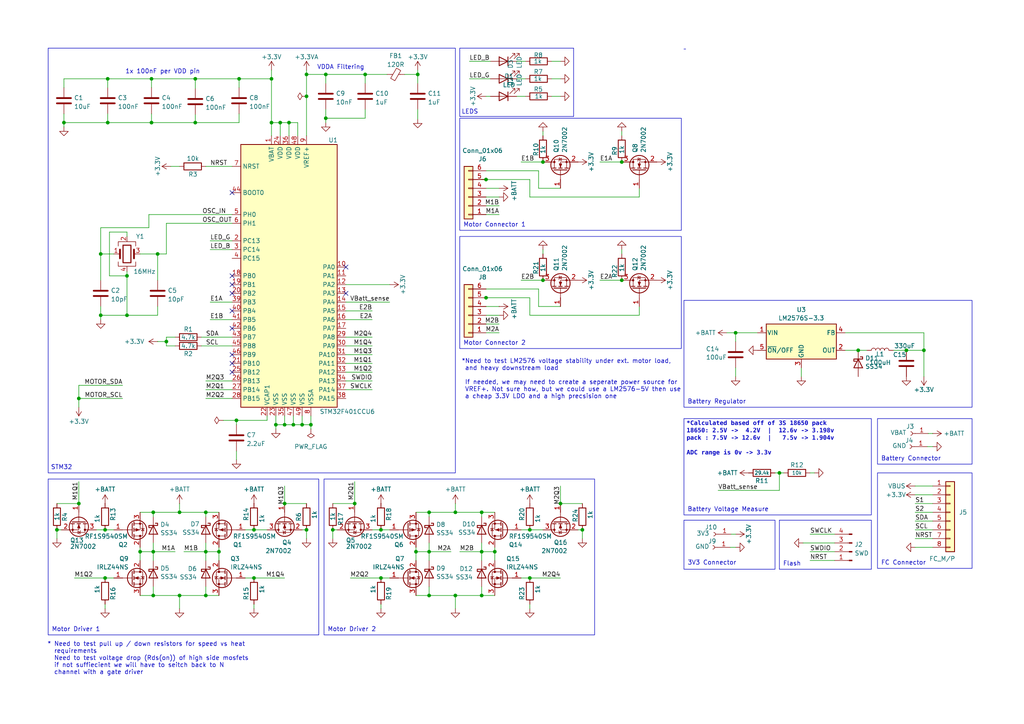
<source format=kicad_sch>
(kicad_sch (version 20231120) (generator "eeschema") (generator_version "8.0")
  (paper "A4")
  (junction (at 162.56 146.05))
  (junction (at 83.82 35.56))
  (junction (at 52.07 172.72))
  (junction (at 43.942 22.86))
  (junction (at 102.87 146.05))
  (junction (at 73.66 153.67))
  (junction (at 94.488 21.59))
  (junction (at 18.542 35.56))
  (junction (at 87.63 123.19))
  (junction (at 56.642 22.86))
  (junction (at 45.72 73.66))
  (junction (at 105.918 21.59))
  (junction (at 30.48 153.67))
  (junction (at 36.83 91.44))
  (junction (at 168.91 153.67))
  (junction (at 180.34 46.99))
  (junction (at 22.86 115.57))
  (junction (at 44.45 148.59))
  (junction (at 213.36 96.52))
  (junction (at 78.74 22.86))
  (junction (at 85.09 123.19))
  (junction (at 80.01 123.19))
  (junction (at 59.69 160.02))
  (junction (at 140.97 52.07))
  (junction (at 132.08 172.72))
  (junction (at 140.97 86.36))
  (junction (at 267.97 101.6))
  (junction (at 31.242 22.86))
  (junction (at 40.64 160.02))
  (junction (at 88.9 153.67))
  (junction (at 30.48 167.64))
  (junction (at 82.55 123.19))
  (junction (at 44.45 160.02))
  (junction (at 248.92 101.6))
  (junction (at 56.642 35.56))
  (junction (at 44.45 172.72))
  (junction (at 16.51 153.67))
  (junction (at 68.58 121.92))
  (junction (at 120.65 160.02))
  (junction (at 226.06 137.16))
  (junction (at 43.942 35.56))
  (junction (at 139.7 160.02))
  (junction (at 139.7 172.72))
  (junction (at 110.49 167.64))
  (junction (at 132.08 148.59))
  (junction (at 88.9 21.59))
  (junction (at 139.7 148.59))
  (junction (at 143.51 160.02))
  (junction (at 157.48 81.28))
  (junction (at 29.21 91.44))
  (junction (at 180.34 81.28))
  (junction (at 36.83 80.01))
  (junction (at 48.26 99.06))
  (junction (at 124.46 160.02))
  (junction (at 157.48 46.99))
  (junction (at 90.17 123.19))
  (junction (at 63.5 160.02))
  (junction (at 121.158 21.59))
  (junction (at 82.55 146.05))
  (junction (at 94.488 34.29))
  (junction (at 124.46 172.72))
  (junction (at 29.21 73.66))
  (junction (at 73.66 167.64))
  (junction (at 124.46 148.59))
  (junction (at 31.242 35.56))
  (junction (at 78.74 35.56))
  (junction (at 59.69 148.59))
  (junction (at 88.9 27.94))
  (junction (at 153.67 167.64))
  (junction (at 22.86 146.05))
  (junction (at 69.342 22.86))
  (junction (at 52.07 148.59))
  (junction (at 262.89 101.6))
  (junction (at 110.49 153.67))
  (junction (at 59.69 172.72))
  (junction (at 81.28 35.56))
  (junction (at 96.52 153.67))
  (junction (at 153.67 153.67))
  (no_connect (at 67.31 105.41))
  (no_connect (at 67.31 102.87))
  (no_connect (at 67.31 80.01))
  (no_connect (at 67.31 107.95))
  (no_connect (at 67.31 85.09))
  (no_connect (at 67.31 90.17))
  (no_connect (at 100.33 77.47))
  (no_connect (at 67.31 82.55))
  (no_connect (at 67.31 55.88))
  (no_connect (at 100.33 85.09))
  (no_connect (at 67.31 95.25))
  (polyline (pts (xy 133.604 33.782) (xy 166.37 33.782)))
  (wire (pts (xy 132.08 172.72) (xy 132.08 176.53)))
  (wire (pts (xy 52.07 172.72) (xy 52.07 176.53)))
  (wire (pts (xy 48.26 64.77) (xy 48.26 73.66)))
  (wire (pts (xy 157.48 153.67) (xy 153.67 153.67)))
  (wire (pts (xy 144.78 57.15) (xy 140.97 57.15)))
  (wire (pts (xy 143.51 160.02) (xy 143.51 162.56)))
  (wire (pts (xy 156.21 88.9) (xy 162.56 88.9)))
  (wire (pts (xy 69.342 22.86) (xy 78.74 22.86)))
  (wire (pts (xy 245.11 96.52) (xy 267.97 96.52)))
  (wire (pts (xy 265.43 151.13) (xy 270.51 151.13)))
  (polyline (pts (xy 252.73 165.1) (xy 226.06 165.1)))
  (wire (pts (xy 151.13 81.28) (xy 157.48 81.28)))
  (wire (pts (xy 59.69 148.59) (xy 63.5 148.59)))
  (wire (pts (xy 267.97 96.52) (xy 267.97 101.6)))
  (wire (pts (xy 101.6 167.64) (xy 110.49 167.64)))
  (wire (pts (xy 59.69 113.03) (xy 67.31 113.03)))
  (wire (pts (xy 269.24 125.73) (xy 270.51 125.73)))
  (wire (pts (xy 268.986 129.54) (xy 270.51 129.54)))
  (wire (pts (xy 31.242 22.86) (xy 31.242 25.4)))
  (wire (pts (xy 265.43 140.97) (xy 270.51 140.97)))
  (wire (pts (xy 157.48 72.39) (xy 157.48 73.66)))
  (wire (pts (xy 267.97 101.6) (xy 267.97 109.22)))
  (wire (pts (xy 43.18 62.23) (xy 67.31 62.23)))
  (polyline (pts (xy 166.37 13.97) (xy 133.35 13.97)))
  (wire (pts (xy 113.03 87.63) (xy 100.33 87.63)))
  (wire (pts (xy 60.96 92.71) (xy 67.31 92.71)))
  (wire (pts (xy 121.158 21.59) (xy 121.158 24.13)))
  (wire (pts (xy 36.83 80.01) (xy 36.83 91.44)))
  (wire (pts (xy 78.74 22.86) (xy 78.74 35.56)))
  (wire (pts (xy 140.97 93.98) (xy 144.78 93.98)))
  (wire (pts (xy 29.21 88.9) (xy 29.21 91.44)))
  (wire (pts (xy 31.242 35.56) (xy 18.542 35.56)))
  (wire (pts (xy 44.45 172.72) (xy 52.07 172.72)))
  (wire (pts (xy 73.66 167.64) (xy 71.12 167.64)))
  (wire (pts (xy 18.542 35.56) (xy 18.542 36.83)))
  (wire (pts (xy 248.92 101.6) (xy 251.46 101.6)))
  (wire (pts (xy 40.64 160.02) (xy 40.64 162.56)))
  (wire (pts (xy 82.55 167.64) (xy 73.66 167.64)))
  (wire (pts (xy 144.78 54.61) (xy 140.97 54.61)))
  (wire (pts (xy 44.45 148.59) (xy 44.45 149.86)))
  (wire (pts (xy 185.42 91.44) (xy 185.42 88.9)))
  (wire (pts (xy 120.65 172.72) (xy 124.46 172.72)))
  (wire (pts (xy 139.7 52.07) (xy 140.97 52.07)))
  (wire (pts (xy 44.45 160.02) (xy 44.45 162.56)))
  (wire (pts (xy 236.22 137.16) (xy 234.95 137.16)))
  (wire (pts (xy 40.64 160.02) (xy 44.45 160.02)))
  (wire (pts (xy 120.65 160.02) (xy 120.65 162.56)))
  (wire (pts (xy 140.97 59.69) (xy 144.78 59.69)))
  (wire (pts (xy 48.26 100.33) (xy 50.8 100.33)))
  (polyline (pts (xy 133.35 33.782) (xy 133.604 33.782)))
  (wire (pts (xy 63.5 160.02) (xy 59.69 160.02)))
  (wire (pts (xy 59.69 110.49) (xy 67.31 110.49)))
  (wire (pts (xy 117.348 21.59) (xy 121.158 21.59)))
  (wire (pts (xy 157.48 38.1) (xy 157.48 39.37)))
  (wire (pts (xy 48.26 99.06) (xy 45.72 99.06)))
  (wire (pts (xy 132.08 172.72) (xy 139.7 172.72)))
  (wire (pts (xy 69.342 33.02) (xy 69.342 35.56)))
  (wire (pts (xy 36.83 67.31) (xy 31.75 67.31)))
  (wire (pts (xy 94.488 21.59) (xy 94.488 24.13)))
  (wire (pts (xy 143.51 158.75) (xy 143.51 160.02)))
  (wire (pts (xy 48.26 64.77) (xy 67.31 64.77)))
  (wire (pts (xy 22.86 115.57) (xy 22.86 118.11)))
  (wire (pts (xy 73.66 153.67) (xy 71.12 153.67)))
  (wire (pts (xy 31.242 33.02) (xy 31.242 35.56)))
  (wire (pts (xy 56.642 33.274) (xy 56.642 35.56)))
  (wire (pts (xy 265.43 156.21) (xy 270.51 156.21)))
  (wire (pts (xy 43.942 22.86) (xy 56.642 22.86)))
  (wire (pts (xy 173.99 81.28) (xy 180.34 81.28)))
  (wire (pts (xy 153.67 86.36) (xy 153.67 91.44)))
  (wire (pts (xy 80.01 123.19) (xy 80.01 124.46)))
  (wire (pts (xy 140.97 83.82) (xy 156.21 83.82)))
  (wire (pts (xy 110.49 176.53) (xy 110.49 175.26)))
  (wire (pts (xy 78.74 35.56) (xy 78.74 39.37)))
  (wire (pts (xy 36.83 68.58) (xy 36.83 67.31)))
  (wire (pts (xy 143.51 160.02) (xy 139.7 160.02)))
  (wire (pts (xy 43.18 62.23) (xy 43.18 66.04)))
  (wire (pts (xy 87.63 120.65) (xy 87.63 123.19)))
  (wire (pts (xy 48.26 97.79) (xy 50.8 97.79)))
  (wire (pts (xy 88.9 153.67) (xy 87.63 153.67)))
  (wire (pts (xy 226.06 137.16) (xy 227.33 137.16)))
  (polyline (pts (xy 133.35 13.97) (xy 133.35 33.782)))
  (wire (pts (xy 156.21 49.53) (xy 156.21 54.61)))
  (wire (pts (xy 81.28 35.56) (xy 78.74 35.56)))
  (wire (pts (xy 242.062 160.02) (xy 234.95 160.02)))
  (wire (pts (xy 100.33 100.33) (xy 107.95 100.33)))
  (wire (pts (xy 136.144 17.78) (xy 142.24 17.78)))
  (wire (pts (xy 105.918 24.13) (xy 105.918 21.59)))
  (wire (pts (xy 265.43 143.51) (xy 270.51 143.51)))
  (wire (pts (xy 85.09 123.19) (xy 82.55 123.19)))
  (wire (pts (xy 90.17 123.19) (xy 90.17 124.46)))
  (wire (pts (xy 45.72 91.44) (xy 36.83 91.44)))
  (wire (pts (xy 29.21 91.44) (xy 29.21 92.71)))
  (wire (pts (xy 87.63 123.19) (xy 85.09 123.19)))
  (wire (pts (xy 162.56 27.94) (xy 160.02 27.94)))
  (wire (pts (xy 242.062 154.94) (xy 234.95 154.94)))
  (wire (pts (xy 59.69 170.18) (xy 59.69 172.72)))
  (wire (pts (xy 63.5 158.75) (xy 63.5 160.02)))
  (wire (pts (xy 81.28 35.56) (xy 81.28 39.37)))
  (wire (pts (xy 105.918 31.75) (xy 105.918 34.29)))
  (wire (pts (xy 36.83 91.44) (xy 29.21 91.44)))
  (wire (pts (xy 124.46 148.59) (xy 124.46 149.86)))
  (wire (pts (xy 21.59 167.64) (xy 30.48 167.64)))
  (wire (pts (xy 22.86 115.57) (xy 35.56 115.57)))
  (wire (pts (xy 100.33 97.79) (xy 107.95 97.79)))
  (wire (pts (xy 185.42 57.15) (xy 185.42 54.61)))
  (wire (pts (xy 85.09 120.65) (xy 85.09 123.19)))
  (wire (pts (xy 29.21 73.66) (xy 33.02 73.66)))
  (wire (pts (xy 43.18 66.04) (xy 29.21 66.04)))
  (wire (pts (xy 59.69 115.57) (xy 67.31 115.57)))
  (wire (pts (xy 140.97 96.52) (xy 144.78 96.52)))
  (wire (pts (xy 139.7 148.59) (xy 143.51 148.59)))
  (polyline (pts (xy 166.37 33.782) (xy 166.37 13.97)))
  (wire (pts (xy 30.48 153.67) (xy 33.02 153.67)))
  (wire (pts (xy 149.86 17.78) (xy 152.4 17.78)))
  (wire (pts (xy 120.65 158.75) (xy 120.65 160.02)))
  (wire (pts (xy 40.64 172.72) (xy 44.45 172.72)))
  (wire (pts (xy 31.75 80.01) (xy 36.83 80.01)))
  (wire (pts (xy 100.33 110.49) (xy 107.95 110.49)))
  (wire (pts (xy 18.542 25.4) (xy 18.542 22.86)))
  (wire (pts (xy 153.67 52.07) (xy 153.67 57.15)))
  (wire (pts (xy 140.97 86.36) (xy 153.67 86.36)))
  (wire (pts (xy 86.36 35.56) (xy 83.82 35.56)))
  (wire (pts (xy 124.46 172.72) (xy 132.08 172.72)))
  (wire (pts (xy 59.69 157.48) (xy 59.69 160.02)))
  (wire (pts (xy 232.41 109.22) (xy 232.41 106.68)))
  (wire (pts (xy 88.9 21.59) (xy 88.9 27.94)))
  (wire (pts (xy 29.21 66.04) (xy 29.21 73.66)))
  (wire (pts (xy 213.36 96.52) (xy 219.71 96.52)))
  (wire (pts (xy 245.11 101.6) (xy 248.92 101.6)))
  (wire (pts (xy 59.69 48.26) (xy 67.31 48.26)))
  (wire (pts (xy 88.9 156.21) (xy 88.9 153.67)))
  (wire (pts (xy 96.52 146.05) (xy 102.87 146.05)))
  (wire (pts (xy 68.58 130.81) (xy 68.58 133.35)))
  (wire (pts (xy 52.07 148.59) (xy 59.69 148.59)))
  (wire (pts (xy 136.144 22.86) (xy 142.24 22.86)))
  (wire (pts (xy 60.96 87.63) (xy 67.31 87.63)))
  (wire (pts (xy 29.21 73.66) (xy 29.21 81.28)))
  (wire (pts (xy 52.07 172.72) (xy 59.69 172.72)))
  (wire (pts (xy 16.51 146.05) (xy 22.86 146.05)))
  (wire (pts (xy 40.64 73.66) (xy 45.72 73.66)))
  (wire (pts (xy 43.942 22.86) (xy 43.942 25.4)))
  (wire (pts (xy 139.7 160.02) (xy 139.7 162.56)))
  (wire (pts (xy 59.69 148.59) (xy 59.69 149.86)))
  (wire (pts (xy 153.67 176.53) (xy 153.67 175.26)))
  (wire (pts (xy 151.13 46.99) (xy 157.48 46.99)))
  (wire (pts (xy 180.34 38.1) (xy 180.34 39.37)))
  (wire (pts (xy 213.36 109.22) (xy 213.36 106.68)))
  (wire (pts (xy 60.96 72.39) (xy 67.31 72.39)))
  (wire (pts (xy 213.36 96.52) (xy 213.36 99.06)))
  (wire (pts (xy 124.46 160.02) (xy 130.81 160.02)))
  (wire (pts (xy 88.9 20.32) (xy 88.9 21.59)))
  (wire (pts (xy 44.45 160.02) (xy 50.8 160.02)))
  (wire (pts (xy 121.158 20.32) (xy 121.158 21.59)))
  (wire (pts (xy 144.78 88.9) (xy 140.97 88.9)))
  (wire (pts (xy 124.46 170.18) (xy 124.46 172.72)))
  (wire (pts (xy 52.07 146.05) (xy 52.07 148.59)))
  (wire (pts (xy 96.52 156.21) (xy 96.52 153.67)))
  (wire (pts (xy 160.02 17.78) (xy 162.56 17.78)))
  (wire (pts (xy 132.08 148.59) (xy 139.7 148.59)))
  (wire (pts (xy 30.48 167.64) (xy 33.02 167.64)))
  (wire (pts (xy 83.82 35.56) (xy 81.28 35.56)))
  (wire (pts (xy 68.58 123.19) (xy 68.58 121.92)))
  (wire (pts (xy 77.47 153.67) (xy 73.66 153.67)))
  (wire (pts (xy 259.08 101.6) (xy 262.89 101.6)))
  (wire (pts (xy 153.67 57.15) (xy 185.42 57.15)))
  (wire (pts (xy 94.488 34.29) (xy 94.488 35.56)))
  (wire (pts (xy 90.17 120.65) (xy 90.17 123.19)))
  (wire (pts (xy 86.36 39.37) (xy 86.36 35.56)))
  (wire (pts (xy 18.542 22.86) (xy 31.242 22.86)))
  (wire (pts (xy 96.52 153.67) (xy 97.79 153.67)))
  (wire (pts (xy 100.33 107.95) (xy 107.95 107.95)))
  (wire (pts (xy 210.82 96.52) (xy 213.36 96.52)))
  (wire (pts (xy 168.91 156.21) (xy 168.91 153.67)))
  (wire (pts (xy 43.942 33.02) (xy 43.942 35.56)))
  (wire (pts (xy 100.33 90.17) (xy 107.95 90.17)))
  (wire (pts (xy 168.91 153.67) (xy 167.64 153.67)))
  (wire (pts (xy 124.46 157.48) (xy 124.46 160.02)))
  (wire (pts (xy 22.86 111.76) (xy 22.86 115.57)))
  (wire (pts (xy 69.342 25.4) (xy 69.342 22.86)))
  (wire (pts (xy 88.9 146.05) (xy 82.55 146.05)))
  (wire (pts (xy 234.95 162.56) (xy 242.062 162.56)))
  (wire (pts (xy 69.342 35.56) (xy 56.642 35.56)))
  (wire (pts (xy 153.67 153.67) (xy 151.13 153.67)))
  (wire (pts (xy 16.51 156.21) (xy 16.51 153.67)))
  (wire (pts (xy 73.66 176.53) (xy 73.66 175.26)))
  (wire (pts (xy 265.43 146.05) (xy 270.51 146.05)))
  (wire (pts (xy 173.99 46.99) (xy 180.34 46.99)))
  (wire (pts (xy 31.75 67.31) (xy 31.75 80.01)))
  (wire (pts (xy 212.09 154.94) (xy 213.36 154.94)))
  (wire (pts (xy 82.55 123.19) (xy 80.01 123.19)))
  (wire (pts (xy 140.97 52.07) (xy 153.67 52.07)))
  (wire (pts (xy 59.69 172.72) (xy 63.5 172.72)))
  (wire (pts (xy 59.69 160.02) (xy 59.69 162.56)))
  (wire (pts (xy 100.33 102.87) (xy 107.95 102.87)))
  (wire (pts (xy 156.21 54.61) (xy 162.56 54.61)))
  (wire (pts (xy 100.33 105.41) (xy 107.95 105.41)))
  (wire (pts (xy 78.74 20.32) (xy 78.74 22.86)))
  (wire (pts (xy 44.45 157.48) (xy 44.45 160.02)))
  (wire (pts (xy 31.242 22.86) (xy 43.942 22.86)))
  (wire (pts (xy 94.488 31.75) (xy 94.488 34.29)))
  (wire (pts (xy 168.91 146.05) (xy 162.56 146.05)))
  (wire (pts (xy 153.67 167.64) (xy 151.13 167.64)))
  (wire (pts (xy 49.53 48.26) (xy 52.07 48.26)))
  (wire (pts (xy 224.79 137.16) (xy 226.06 137.16)))
  (wire (pts (xy 139.7 172.72) (xy 143.51 172.72)))
  (wire (pts (xy 48.26 73.66) (xy 45.72 73.66)))
  (wire (pts (xy 160.02 22.86) (xy 162.56 22.86)))
  (wire (pts (xy 265.43 158.75) (xy 270.51 158.75)))
  (wire (pts (xy 56.642 22.86) (xy 56.642 25.654)))
  (wire (pts (xy 110.49 153.67) (xy 113.03 153.67)))
  (wire (pts (xy 139.7 170.18) (xy 139.7 172.72)))
  (wire (pts (xy 83.82 35.56) (xy 83.82 39.37)))
  (wire (pts (xy 140.97 27.94) (xy 142.24 27.94)))
  (wire (pts (xy 265.43 148.59) (xy 270.51 148.59)))
  (wire (pts (xy 139.7 148.59) (xy 139.7 149.86)))
  (wire (pts (xy 58.42 100.33) (xy 67.31 100.33)))
  (wire (pts (xy 64.77 121.92) (xy 68.58 121.92)))
  (wire (pts (xy 226.06 137.16) (xy 226.06 142.24)))
  (wire (pts (xy 156.21 83.82) (xy 156.21 88.9)))
  (wire (pts (xy 40.64 158.75) (xy 40.64 160.02)))
  (wire (pts (xy 56.642 22.86) (xy 69.342 22.86)))
  (wire (pts (xy 132.08 146.05) (xy 132.08 148.59)))
  (wire (pts (xy 44.45 148.59) (xy 52.07 148.59)))
  (wire (pts (xy 59.69 160.02) (xy 53.34 160.02)))
  (wire (pts (xy 45.72 73.66) (xy 45.72 81.28)))
  (wire (pts (xy 211.836 158.75) (xy 213.36 158.75)))
  (wire (pts (xy 140.97 62.23) (xy 144.78 62.23)))
  (wire (pts (xy 262.89 101.6) (xy 267.97 101.6)))
  (wire (pts (xy 100.33 113.03) (xy 107.95 113.03)))
  (wire (pts (xy 63.5 160.02) (xy 63.5 162.56)))
  (wire (pts (xy 58.42 97.79) (xy 67.31 97.79)))
  (wire (pts (xy 40.64 148.59) (xy 44.45 148.59)))
  (wire (pts (xy 102.87 139.7) (xy 102.87 146.05)))
  (wire (pts (xy 22.86 139.7) (xy 22.86 146.05)))
  (wire (pts (xy 139.7 86.36) (xy 140.97 86.36)))
  (wire (pts (xy 110.49 167.64) (xy 113.03 167.64)))
  (wire (pts (xy 48.26 99.06) (xy 48.26 100.33)))
  (polyline (pts (xy 226.06 150.876) (xy 252.73 150.876)))
  (wire (pts (xy 100.33 82.55) (xy 113.03 82.55)))
  (wire (pts (xy 100.33 92.71) (xy 107.95 92.71)))
  (wire (pts (xy 35.56 111.76) (xy 22.86 111.76)))
  (polyline (pts (xy 226.06 150.876) (xy 226.06 165.1)))
  (wire (pts (xy 18.542 33.02) (xy 18.542 35.56)))
  (wire (pts (xy 82.55 120.65) (xy 82.55 123.19)))
  (wire (pts (xy 139.7 160.02) (xy 133.35 160.02)))
  (wire (pts (xy 105.918 21.59) (xy 94.488 21.59)))
  (wire (pts (xy 94.488 34.29) (xy 105.918 34.29)))
  (wire (pts (xy 149.86 22.86) (xy 152.4 22.86)))
  (wire (pts (xy 149.86 27.94) (xy 152.4 27.94)))
  (wire (pts (xy 60.96 69.85) (xy 67.31 69.85)))
  (wire (pts (xy 120.65 148.59) (xy 124.46 148.59)))
  (wire (pts (xy 139.7 157.48) (xy 139.7 160.02)))
  (wire (pts (xy 90.17 123.19) (xy 87.63 123.19)))
  (wire (pts (xy 153.67 91.44) (xy 185.42 91.44)))
  (wire (pts (xy 121.158 31.75) (xy 121.158 34.544)))
  (wire (pts (xy 124.46 148.59) (xy 132.08 148.59)))
  (polyline (pts (xy 198.374 14.224) (xy 198.882 14.224)))
  (wire (pts (xy 94.488 21.59) (xy 88.9 21.59)))
  (wire (pts (xy 80.01 120.65) (xy 80.01 123.19)))
  (wire (pts (xy 45.72 88.9) (xy 45.72 91.44)))
  (wire (pts (xy 162.56 140.97) (xy 162.56 146.05)))
  (wire (pts (xy 44.45 170.18) (xy 44.45 172.72)))
  (wire (pts (xy 68.58 121.92) (xy 77.47 121.92)))
  (wire (pts (xy 208.28 142.24) (xy 226.06 142.24)))
  (wire (pts (xy 105.918 21.59) (xy 112.268 21.59)))
  (wire (pts (xy 124.46 160.02) (xy 124.46 162.56)))
  (wire (pts (xy 140.97 49.53) (xy 156.21 49.53)))
  (wire (pts (xy 232.918 157.48) (xy 242.062 157.48)))
  (wire (pts (xy 144.78 91.44) (xy 140.97 91.44)))
  (wire (pts (xy 36.83 80.01) (xy 36.83 78.74)))
  (polyline (pts (xy 252.73 150.876) (xy 252.73 165.1)))
  (wire (pts (xy 48.26 97.79) (xy 48.26 99.06)))
  (wire (pts (xy 82.55 140.97) (xy 82.55 146.05)))
  (wire (pts (xy 77.47 121.92) (xy 77.47 120.65)))
  (wire (pts (xy 30.48 176.53) (xy 30.48 175.26)))
  (wire (pts (xy 162.56 167.64) (xy 153.67 167.64)))
  (wire (pts (xy 56.642 35.56) (xy 43.942 35.56)))
  (wire (pts (xy 88.9 27.94) (xy 88.9 39.37)))
  (wire (pts (xy 180.34 72.39) (xy 180.34 73.66)))
  (wire (pts (xy 27.94 153.67) (xy 30.48 153.67)))
  (wire (pts (xy 120.65 160.02) (xy 124.46 160.02)))
  (wire (pts (xy 107.95 153.67) (xy 110.49 153.67)))
  (wire (pts (xy 43.942 35.56) (xy 31.242 35.56)))
  (wire (pts (xy 16.51 153.67) (xy 17.78 153.67)))
  (wire (pts (xy 265.43 153.67) (xy 270.51 153.67)))
  (rectangle (start 133.35 68.58) (end 197.612 101.092))
  (rectangle (start 254.508 121.412) (end 281.94 134.62))
  (rectangle (start 198.374 87.122) (end 281.94 118.11))
  (rectangle (start 198.374 150.876) (end 224.79 165.1))
  (rectangle (start 13.97 138.938) (end 92.456 184.15))
  (rectangle (start 198.374 121.412) (end 252.73 149.352))
  (rectangle (start 93.98 138.938) (end 172.466 184.15))
  (rectangle (start 254.508 137.16) (end 281.94 164.846))
  (rectangle (start 133.35 34.29) (end 197.612 66.802))
  (rectangle (start 13.97 13.97) (end 132.08 137.16))
  (text "Battery Regulator" (at 199.39 117.348 0) (effects (font (size 1.27 1.27)) (justify left bottom)))
  (text "Motor Driver 1" (at 14.986 183.388 0) (effects (font (size 1.27 1.27)) (justify left bottom)))
  (text "Motor Connector 1" (at 134.366 66.04 0) (effects (font (size 1.27 1.27)) (justify left bottom)))
  (text "* Need to test pull up / down resistors for speed vs heat\n  requirements\n  Need to test voltage drop (Rds(on)) of high side mosfets\n  if not suffiecient we will have to seitch back to N\n  channel with a gate driver" (at 13.716 195.834 0) (effects (font (size 1.27 1.27)) (justify left bottom)))
  (text "*Calculated based off of 3S 18650 pack\n18650: 2.5V ->  4.2V  |  12.6v -> 3.198v\npack : 7.5V -> 12.6v  |   7.5v -> 1.904v\n\nADC range is 0v -> 3.3v" (at 199.136 132.588 0) (effects (font (size 1.27 1.27) (thickness 0.254) (bold yes)) (justify left bottom)))
  (text "Motor Connector 2" (at 134.366 100.33 0) (effects (font (size 1.27 1.27)) (justify left bottom)))
  (text "Motor Driver 2" (at 94.996 183.388 0) (effects (font (size 1.27 1.27)) (justify left bottom)))
  (text "*Need to test LM2576 voltage stability under ext. motor load,\n and heavy downstream load\n \n If needed, we may need to create a seperate power source for\n VREF+. Not sure how, but we could use a LM2576-5V then use\n a cheap 3.3V LDO and a high precsision one" (at 133.858 115.824 0) (effects (font (size 1.27 1.27)) (justify left bottom)))
  (text "Battery Connector" (at 255.524 133.858 0) (effects (font (size 1.27 1.27)) (justify left bottom)))
  (text "Battery Voltage Measure" (at 199.39 148.59 0) (effects (font (size 1.27 1.27)) (justify left bottom)))
  (text "VDDA Filtering" (at 91.948 20.32 0) (effects (font (size 1.27 1.27)) (justify left bottom)))
  (text "Flash" (at 227.076 164.338 0) (effects (font (size 1.27 1.27)) (justify left bottom)))
  (text "1x 100nF per VDD pin" (at 36.322 21.59 0) (effects (font (size 1.27 1.27)) (justify left bottom)))
  (text "FC Connector" (at 255.524 164.084 0) (effects (font (size 1.27 1.27)) (justify left bottom)))
  (text "3V3 Connector" (at 199.39 164.084 0) (effects (font (size 1.27 1.27)) (justify left bottom)))
  (text "LEDS" (at 133.858 33.274 0) (effects (font (size 1.27 1.27)) (justify left bottom)))
  (text "STM32" (at 14.732 136.398 0) (effects (font (size 1.27 1.27)) (justify left bottom)))
  (label "M2Q3" (at 162.56 140.97 270))
  (label "M1Q4" (at 82.55 167.64 180))
  (label "VBatt_sense" (at 208.28 142.24 0))
  (label "M2Q2" (at 101.6 167.64 0))
  (label "SWDIO" (at 234.95 160.02 0))
  (label "M1Q4" (at 107.95 100.33 180))
  (label "M2Q1" (at 102.87 139.7 270))
  (label "M2A" (at 144.78 96.52 180))
  (label "M1B" (at 53.34 160.02 0))
  (label "SWDIO" (at 107.95 110.49 180))
  (label "E2B" (at 107.95 90.17 180))
  (label "M2Q4" (at 107.95 97.79 180))
  (label "M1Q3" (at 82.55 140.97 270))
  (label "LED_G" (at 136.144 22.86 0))
  (label "LED_B" (at 60.96 72.39 0))
  (label "E2B" (at 151.13 81.28 0))
  (label "OSC_OUT" (at 58.674 64.77 0))
  (label "S2" (at 265.43 148.59 0))
  (label "M1A" (at 144.78 62.23 180))
  (label "M2Q3" (at 59.69 110.49 0))
  (label "VBatt_sense" (at 113.03 87.63 180))
  (label "NRST" (at 234.95 162.56 0))
  (label "M2Q1" (at 59.69 113.03 0))
  (label "S1" (at 265.43 146.05 0))
  (label "MOTOR_SDA" (at 35.56 111.76 180))
  (label "SWCLK" (at 107.95 113.03 180))
  (label "M2Q4" (at 162.56 167.64 180))
  (label "M2B" (at 133.35 160.02 0))
  (label "E1B" (at 151.13 46.99 0))
  (label "M1A" (at 50.8 160.02 180))
  (label "M2A" (at 130.81 160.02 180))
  (label "M1Q2" (at 107.95 107.95 180))
  (label "M1Q1" (at 22.86 139.7 270))
  (label "E2A" (at 173.99 81.28 0))
  (label "E1B" (at 60.96 92.71 0))
  (label "LED_B" (at 136.144 17.78 0))
  (label "SCL" (at 59.69 100.33 0))
  (label "M2Q2" (at 59.69 115.57 0))
  (label "M1B" (at 144.78 59.69 180))
  (label "M1Q3" (at 107.95 102.87 180))
  (label "SCL" (at 265.43 153.67 0))
  (label "NRST" (at 265.43 156.21 0))
  (label "OSC_IN" (at 58.674 62.23 0))
  (label "M1Q1" (at 107.95 105.41 180))
  (label "E1A" (at 60.96 87.63 0))
  (label "LED_G" (at 60.96 69.85 0))
  (label "M2B" (at 144.78 93.98 180))
  (label "E1A" (at 173.99 46.99 0))
  (label "SDA" (at 59.69 97.79 0))
  (label "M1Q2" (at 21.59 167.64 0))
  (label "SDA" (at 265.43 151.13 0))
  (label "MOTOR_SCL" (at 35.56 115.57 180))
  (label "E2A" (at 107.95 92.71 180))
  (label "SWCLK" (at 234.95 154.94 0))
  (label "NRST" (at 60.96 48.26 0))
  (symbol (lib_id "Diode:SS34") (at 124.46 153.67 270) (unit 1)
    (property "Reference" "D8" (at 126.492 152.1403 90) (effects (justify left)))
    (property "Value" "SS34" (at 126.492 154.5646 90) (effects (justify left)))
    (property "Footprint" "Diode_SMD:D_SMA" (effects (hide yes)))
    (property "Datasheet" "https://www.vishay.com/docs/88751/ss32.pdf" (effects (hide yes)))
    (property "Description" "40V 3A Schottky Diode, SMA" (effects (hide yes)))
  )
  (symbol (lib_id "Connector_Generic:Conn_01x08") (at 275.59 148.59 0) (unit 1)
    (property "Reference" "J5" (at 278.13 148.5899 0) (effects (justify left)))
    (property "Value" "FC_M/P" (at 269.494 162.052 0) (effects (justify left)))
    (property "Footprint" "Connector_FFC-FPC:Molex_200528-0080_1x08-1MP_P1.00mm_Horizontal" (effects (hide yes)))
    (property "Description" "Generic connector, single row, 01x08, script generated (kicad-library-utils/schlib/autogen/connector/)" (effects (hide yes)))
  )
  (symbol (lib_id "power:GND") (at 88.9 156.21 0) (unit 1)
    (property "Reference" "#PWR016" (effects (hide yes)))
    (property "Value" "GND" (effects (hide yes)))
  )
  (symbol (lib_id "Device:R") (at 156.21 27.94 90) (unit 1)
    (property "Reference" "R5" (at 157.48 25.908 90) (effects (justify left)))
    (property "Value" "1k" (at 157.48 27.94 90) (effects (justify left)))
    (property "Footprint" "Resistor_SMD:R_0402_1005Metric" (effects (hide yes)))
    (property "LCSC Part" "C11702" (effects (hide yes)))
  )
  (symbol (lib_id "power:GND") (at 162.56 17.78 90) (unit 1)
    (property "Reference" "#PWR025" (effects (hide yes)))
    (property "Value" "GND" (effects (hide yes)))
  )
  (symbol (lib_id "Device:C") (at 31.242 29.21 0) (unit 1)
    (property "Reference" "C3" (at 34.163 28.3753 0) (effects (justify left)))
    (property "Value" "100nF" (at 34.163 30.9122 0) (effects (justify left)))
    (property "Footprint" "Capacitor_SMD:C_0402_1005Metric" (effects (hide yes)))
    (property "LCSC Part" "C307331" (effects (hide yes)))
  )
  (symbol (lib_id "power:+3.3V") (at 190.5 81.28 270) (mirror x) (unit 1)
    (property "Reference" "#PWR062" (effects (hide yes)))
    (property "Value" "+3.3V" (at 194.31 81.28 0))
  )
  (symbol (lib_id "Device:LED") (at 146.05 27.94 180) (unit 1)
    (property "Reference" "D1" (at 147.6375 22.0812 0))
    (property "Value" "LED" (at 147.6375 24.6181 0))
    (property "Footprint" "LED_SMD:LED_0603_1608Metric" (effects (hide yes)))
    (property "LCSC Part" "C273598" (effects (hide yes)))
  )
  (symbol (lib_id "power:+3.3V") (at 213.36 154.94 270) (mirror x) (unit 1)
    (property "Reference" "#PWR063" (effects (hide yes)))
    (property "Value" "+3.3V" (at 217.17 154.94 0))
  )
  (symbol (lib_id "power:+BATT") (at 52.07 146.05 0) (unit 1)
    (property "Reference" "#PWR040" (effects (hide yes)))
    (property "Value" "+BATT" (at 52.07 141.9169 0))
    (property "Description" "Power symbol creates a global label with name \"+BATT\"" (effects (hide yes)))
  )
  (symbol (lib_id "power:GND") (at 94.488 35.56 0) (unit 1)
    (property "Reference" "#PWR010" (effects (hide yes)))
    (property "Value" "GND" (effects (hide yes)))
  )
  (symbol (lib_id "power:GND") (at 29.21 92.71 0) (unit 1)
    (property "Reference" "#PWR03" (effects (hide yes)))
    (property "Value" "GND" (effects (hide yes)))
  )
  (symbol (lib_id "Device:C") (at 262.89 105.41 0) (mirror x) (unit 1)
    (property "Reference" "C15" (at 262.89 102.87 0) (effects (justify right)))
    (property "Value" "330uF" (at 259.334 100.33 0) (effects (justify left)))
    (property "Footprint" "Capacitor_SMD:C_0402_1005Metric" (effects (hide yes)))
    (property "LCSC Part" "C19702" (effects (hide yes)))
  )
  (symbol (lib_id "Device:R") (at 30.48 149.86 180) (unit 1)
    (property "Reference" "R13" (at 32.766 151.13 90) (effects (justify right)))
    (property "Value" "1k" (at 28.194 151.638 90) (effects (justify right)))
    (property "Footprint" "Resistor_SMD:R_0402_1005Metric" (effects (hide yes)))
    (property "LCSC Part" "C60490" (effects (hide yes)))
  )
  (symbol (lib_id "power:+BATT") (at 217.17 137.16 90) (unit 1)
    (property "Reference" "#PWR037" (effects (hide yes)))
    (property "Value" "+BATT" (at 213.995 137.16 90) (effects (justify left)))
    (property "Description" "Power symbol creates a global label with name \"+BATT\"" (effects (hide yes)))
  )
  (symbol (lib_id "power:GND") (at 96.52 156.21 0) (mirror y) (unit 1)
    (property "Reference" "#PWR017" (effects (hide yes)))
    (property "Value" "GND" (effects (hide yes)))
  )
  (symbol (lib_id "Connector:Conn_01x04_Male") (at 247.142 160.02 180) (unit 1)
    (property "Reference" "J2" (at 247.8532 157.9153 0) (effects (justify right)))
    (property "Value" "SWD" (at 247.8532 160.4522 0) (effects (justify right)))
    (property "Footprint" "Connector_PinHeader_2.54mm:PinHeader_1x04_P2.54mm_Vertical" (effects (hide yes)))
  )
  (symbol (lib_id "power:GND") (at 236.22 137.16 90) (unit 1)
    (property "Reference" "#PWR038" (effects (hide yes)))
    (property "Value" "GND" (effects (hide yes)))
  )
  (symbol (lib_id "power:+BATT") (at 110.49 146.05 0) (unit 1)
    (property "Reference" "#PWR018" (effects (hide yes)))
    (property "Value" "+BATT" (at 110.49 141.9169 0))
    (property "Description" "Power symbol creates a global label with name \"+BATT\"" (effects (hide yes)))
  )
  (symbol (lib_id "Device:R") (at 156.21 17.78 90) (unit 1)
    (property "Reference" "R8" (at 157.48 16.002 90) (effects (justify left)))
    (property "Value" "1k" (at 157.226 17.78 90) (effects (justify left)))
    (property "Footprint" "Resistor_SMD:R_0402_1005Metric" (effects (hide yes)))
    (property "LCSC Part" "C11702" (effects (hide yes)))
  )
  (symbol (lib_id "power:+BATT") (at 144.78 54.61 270) (mirror x) (unit 1)
    (property "Reference" "#PWR053" (effects (hide yes)))
    (property "Value" "+BATT" (at 149.098 55.372 0))
    (property "Description" "Power symbol creates a global label with name \"+BATT\"" (effects (hide yes)))
  )
  (symbol (lib_id "power:GND") (at 232.918 157.48 270) (unit 1)
    (property "Reference" "#PWR021" (effects (hide yes)))
    (property "Value" "GND" (effects (hide yes)))
  )
  (symbol (lib_id "Diode:SS34") (at 59.69 166.37 270) (unit 1)
    (property "Reference" "D6" (at 57.15 164.9617 90) (effects (justify right)))
    (property "Value" "SS34" (at 57.15 167.386 90) (effects (justify right)))
    (property "Footprint" "Diode_SMD:D_SMA" (effects (hide yes)))
    (property "Datasheet" "https://www.vishay.com/docs/88751/ss32.pdf" (effects (hide yes)))
    (property "Description" "40V 3A Schottky Diode, SMA" (effects (hide yes)))
  )
  (symbol (lib_id "Transistor_FET:IRLZ44N") (at 146.05 167.64 0) (mirror y) (unit 1)
    (property "Reference" "Q15" (at 146.812 162.052 0) (effects (justify right)))
    (property "Value" "IRLZ44NS" (at 146.812 164.4763 0) (effects (justify right)))
    (property "Footprint" "Package_TO_SOT_SMD:TO-263-2" (effects (hide yes)))
    (property "Datasheet" "http://www.irf.com/product-info/datasheets/data/irlz44n.pdf" (effects (hide yes)))
    (property "Description" "47A Id, 55V Vds, 22mOhm Rds Single N-Channel HEXFET Power MOSFET, TO-220AB" (effects (hide yes)))
  )
  (symbol (lib_id "Diode:SS34") (at 44.45 153.67 270) (unit 1)
    (property "Reference" "D4" (at 46.482 152.1403 90) (effects (justify left)))
    (property "Value" "SS34" (at 46.482 154.5646 90) (effects (justify left)))
    (property "Footprint" "Diode_SMD:D_SMA" (effects (hide yes)))
    (property "Datasheet" "https://www.vishay.com/docs/88751/ss32.pdf" (effects (hide yes)))
    (property "Description" "40V 3A Schottky Diode, SMA" (effects (hide yes)))
  )
  (symbol (lib_id "power:VBUS") (at 265.43 140.97 90) (unit 1)
    (property "Reference" "#PWR026" (effects (hide yes)))
    (property "Value" "VBUS" (at 260.096 140.97 90))
  )
  (symbol (lib_id "Connector:Conn_01x01_Female") (at 207.01 154.94 0) (mirror y) (unit 1)
    (property "Reference" "J10" (at 208.026 152.908 0) (effects (justify left)))
    (property "Value" "3V3" (at 205.74 154.686 0) (effects (justify left)))
    (property "Footprint" "TestPoint:TestPoint_THTPad_4.0x4.0mm_Drill2.0mm" (effects (hide yes)))
  )
  (symbol (lib_id "power:+BATT") (at 153.67 146.05 0) (mirror y) (unit 1)
    (property "Reference" "#PWR046" (effects (hide yes)))
    (property "Value" "+BATT" (at 153.67 141.9169 0))
    (property "Description" "Power symbol creates a global label with name \"+BATT\"" (effects (hide yes)))
  )
  (symbol (lib_id "power:+3.3V") (at 49.53 48.26 90) (unit 1)
    (property "Reference" "#PWR05" (effects (hide yes)))
    (property "Value" "+3.3V" (at 45.72 48.26 0))
  )
  (symbol (lib_id "Device:R") (at 153.67 149.86 0) (mirror x) (unit 1)
    (property "Reference" "R20" (at 151.384 151.13 90) (effects (justify right)))
    (property "Value" "1k" (at 155.956 151.638 90) (effects (justify right)))
    (property "Footprint" "Resistor_SMD:R_0402_1005Metric" (effects (hide yes)))
    (property "LCSC Part" "C60490" (effects (hide yes)))
  )
  (symbol (lib_id "Transistor_FET:2N7002") (at 162.56 83.82 90) (unit 1)
    (property "Reference" "Q11" (at 161.3478 78.613 0) (effects (justify left)))
    (property "Value" "2N7002" (at 163.7721 78.613 0) (effects (justify left)))
    (property "Footprint" "Package_TO_SOT_SMD:SOT-23" (effects (hide yes)))
    (property "Datasheet" "https://www.onsemi.com/pub/Collateral/NDS7002A-D.PDF" (effects (hide yes)))
    (property "Description" "0.115A Id, 60V Vds, N-Channel MOSFET, SOT-23" (effects (hide yes)))
  )
  (symbol (lib_id "Diode:SS34") (at 124.46 166.37 270) (unit 1)
    (property "Reference" "D9" (at 126.492 164.8403 90) (effects (justify left)))
    (property "Value" "SS34" (at 126.492 167.2646 90) (effects (justify left)))
    (property "Footprint" "Diode_SMD:D_SMA" (effects (hide yes)))
    (property "Datasheet" "https://www.vishay.com/docs/88751/ss32.pdf" (effects (hide yes)))
    (property "Description" "40V 3A Schottky Diode, SMA" (effects (hide yes)))
  )
  (symbol (lib_id "power:GND") (at 144.78 91.44 90) (unit 1)
    (property "Reference" "#PWR058" (effects (hide yes)))
    (property "Value" "GND" (effects (hide yes)))
  )
  (symbol (lib_id "power:+3.3V") (at 78.74 20.32 0) (unit 1)
    (property "Reference" "#PWR07" (effects (hide yes)))
    (property "Value" "+3.3V" (at 78.74 16.51 0))
  )
  (symbol (lib_id "Device:C") (at 18.542 29.21 0) (unit 1)
    (property "Reference" "C1" (at 21.463 28.3753 0) (effects (justify left)))
    (property "Value" "10uF" (at 21.463 30.9122 0) (effects (justify left)))
    (property "Footprint" "Capacitor_SMD:C_0402_1005Metric" (effects (hide yes)))
    (property "LCSC Part" "C19702" (effects (hide yes)))
  )
  (symbol (lib_id "Transistor_FET:2N7002") (at 162.56 49.53 90) (unit 1)
    (property "Reference" "Q10" (at 161.3478 44.323 0) (effects (justify left)))
    (property "Value" "2N7002" (at 163.7721 44.323 0) (effects (justify left)))
    (property "Footprint" "Package_TO_SOT_SMD:SOT-23" (effects (hide yes)))
    (property "Datasheet" "https://www.onsemi.com/pub/Collateral/NDS7002A-D.PDF" (effects (hide yes)))
    (property "Description" "0.115A Id, 60V Vds, N-Channel MOSFET, SOT-23" (effects (hide yes)))
  )
  (symbol (lib_id "power:GND") (at 144.78 57.15 90) (unit 1)
    (property "Reference" "#PWR052" (effects (hide yes)))
    (property "Value" "GND" (effects (hide yes)))
  )
  (symbol (lib_id "Device:C") (at 56.642 29.464 0) (unit 1)
    (property "Reference" "C6" (at 59.563 28.6293 0) (effects (justify left)))
    (property "Value" "100nF" (at 59.563 31.1662 0) (effects (justify left)))
    (property "Footprint" "Capacitor_SMD:C_0402_1005Metric" (effects (hide yes)))
    (property "LCSC Part" "C307331" (effects (hide yes)))
  )
  (symbol (lib_id "Transistor_FET:2N7002") (at 185.42 49.53 90) (unit 1)
    (property "Reference" "Q8" (at 184.2078 44.323 0) (effects (justify left)))
    (property "Value" "2N7002" (at 186.6321 44.323 0) (effects (justify left)))
    (property "Footprint" "Package_TO_SOT_SMD:SOT-23" (effects (hide yes)))
    (property "Datasheet" "https://www.onsemi.com/pub/Collateral/NDS7002A-D.PDF" (effects (hide yes)))
    (property "Description" "0.115A Id, 60V Vds, N-Channel MOSFET, SOT-23" (effects (hide yes)))
  )
  (symbol (lib_id "power:GND") (at 30.48 176.53 0) (mirror y) (unit 1)
    (property "Reference" "#PWR045" (effects (hide yes)))
    (property "Value" "GND" (effects (hide yes)))
  )
  (symbol (lib_id "Diode:SS34") (at 139.7 153.67 270) (unit 1)
    (property "Reference" "D10" (at 137.922 152.0077 90) (effects (justify right)))
    (property "Value" "SS34" (at 137.922 154.432 90) (effects (justify right)))
    (property "Footprint" "Diode_SMD:D_SMA" (effects (hide yes)))
    (property "Datasheet" "https://www.vishay.com/docs/88751/ss32.pdf" (effects (hide yes)))
    (property "Description" "40V 3A Schottky Diode, SMA" (effects (hide yes)))
  )
  (symbol (lib_id "power:GND") (at 162.56 22.86 90) (unit 1)
    (property "Reference" "#PWR024" (effects (hide yes)))
    (property "Value" "GND" (effects (hide yes)))
  )
  (symbol (lib_id "power:GND") (at 157.48 72.39 180) (unit 1)
    (property "Reference" "#PWR059" (effects (hide yes)))
    (property "Value" "GND" (effects (hide yes)))
  )
  (symbol (lib_id "Device:R") (at 157.48 43.18 0) (unit 1)
    (property "Reference" "R10" (at 155.448 41.402 90) (effects (justify right)))
    (property "Value" "1k" (at 157.48 42.164 90) (effects (justify right)))
    (property "Footprint" "Resistor_SMD:R_0402_1005Metric" (effects (hide yes)))
    (property "LCSC Part" "C11702" (effects (hide yes)))
  )
  (symbol (lib_id "Device:R") (at 30.48 171.45 0) (mirror y) (unit 1)
    (property "Reference" "R16" (at 32.766 170.18 90) (effects (justify right)))
    (property "Value" "1k" (at 28.194 169.672 90) (effects (justify right)))
    (property "Footprint" "Resistor_SMD:R_0402_1005Metric" (effects (hide yes)))
    (property "LCSC Part" "C60490" (effects (hide yes)))
  )
  (symbol (lib_id "Transistor_FET:IRLZ44N") (at 118.11 167.64 0) (unit 1)
    (property "Reference" "Q7" (at 117.348 162.052 0) (effects (justify right)))
    (property "Value" "IRLZ44NS" (at 117.348 164.4763 0) (effects (justify right)))
    (property "Footprint" "Package_TO_SOT_SMD:TO-263-2" (effects (hide yes)))
    (property "Datasheet" "http://www.irf.com/product-info/datasheets/data/irlz44n.pdf" (effects (hide yes)))
    (property "Description" "47A Id, 55V Vds, 22mOhm Rds Single N-Channel HEXFET Power MOSFET, TO-220AB" (effects (hide yes)))
  )
  (symbol (lib_id "Device:C") (at 45.72 85.09 0) (unit 1)
    (property "Reference" "C5" (at 48.641 84.2553 0) (effects (justify left)))
    (property "Value" "10pF" (at 48.641 86.7922 0) (effects (justify left)))
    (property "Footprint" "Capacitor_SMD:C_0402_1005Metric" (effects (hide yes)))
    (property "LCSC Part" "C32949" (effects (hide yes)))
  )
  (symbol (lib_id "power:+3.3V") (at 267.97 109.22 0) (mirror x) (unit 1)
    (property "Reference" "#PWR035" (effects (hide yes)))
    (property "Value" "+3.3V" (at 267.97 113.03 0))
  )
  (symbol (lib_id "Diode:SS34") (at 44.45 166.37 270) (unit 1)
    (property "Reference" "D5" (at 46.482 164.8403 90) (effects (justify left)))
    (property "Value" "SS34" (at 46.482 167.2646 90) (effects (justify left)))
    (property "Footprint" "Diode_SMD:D_SMA" (effects (hide yes)))
    (property "Datasheet" "https://www.vishay.com/docs/88751/ss32.pdf" (effects (hide yes)))
    (property "Description" "40V 3A Schottky Diode, SMA" (effects (hide yes)))
  )
  (symbol (lib_id "Device:C") (at 68.58 127 0) (unit 1)
    (property "Reference" "C7" (at 71.501 126.1653 0) (effects (justify left)))
    (property "Value" "2.2uF" (at 71.501 128.7022 0) (effects (justify left)))
    (property "Footprint" "Capacitor_SMD:C_0402_1005Metric" (effects (hide yes)))
    (property "LCSC Part" "C12530" (effects (hide yes)))
  )
  (symbol (lib_id "power:+3.3V") (at 167.64 46.99 270) (mirror x) (unit 1)
    (property "Reference" "#PWR055" (effects (hide yes)))
    (property "Value" "+3.3V" (at 171.45 46.99 0))
  )
  (symbol (lib_id "Transistor_FET:IRF4905") (at 146.05 153.67 180) (unit 1)
    (property "Reference" "Q14" (at 147.574 157.988 0) (effects (justify right)))
    (property "Value" "RF1S9540SM" (at 147.574 155.5637 0) (effects (justify right)))
    (property "Footprint" "Package_TO_SOT_SMD:TO-263-2" (effects (hide yes)))
    (property "Datasheet" "http://www.infineon.com/dgdl/irf4905.pdf?fileId=5546d462533600a4015355e32165197c" (effects (hide yes)))
    (property "Description" "-74A Id, -55V Vds, Single P-Channel HEXFET Power MOSFET, 20mOhm Ron, TO-220AB" (effects (hide yes)))
  )
  (symbol (lib_id "Device:C") (at 213.36 102.87 180) (unit 1)
    (property "Reference" "C14" (at 204.724 101.2077 0) (effects (justify right)))
    (property "Value" "100uF" (at 204.724 103.632 0) (effects (justify right)))
    (property "Footprint" "Capacitor_SMD:C_0603_1608Metric" (effects (hide yes)))
    (property "LCSC Part" "C19702" (effects (hide yes)))
  )
  (symbol (lib_id "Diode:SS34") (at 248.92 105.41 270) (unit 1)
    (property "Reference" "D11" (at 250.952 103.8803 90) (effects (justify left)))
    (property "Value" "SS34" (at 250.952 106.3046 90) (effects (justify left)))
    (property "Footprint" "Diode_SMD:D_SMA" (effects (hide yes)))
    (property "Datasheet" "https://www.vishay.com/docs/88751/ss32.pdf" (effects (hide yes)))
    (property "Description" "40V 3A Schottky Diode, SMA" (effects (hide yes)))
  )
  (symbol (lib_name "+3.3V_1") (lib_id "power:+3.3V") (at 45.72 99.06 90) (unit 1)
    (property "Reference" "#PWR04" (effects (hide yes)))
    (property "Value" "+3.3V" (at 41.91 99.0599 90) (effects (justify left)))
    (property "Description" "Power symbol creates a global label with name \"+3.3V\"" (effects (hide yes)))
  )
  (symbol (lib_name "+3.3V_1") (lib_id "power:+3.3V") (at 22.86 118.11 180) (unit 1)
    (property "Reference" "#PWR02" (effects (hide yes)))
    (property "Value" "+3.3V" (at 22.86 122.2431 0))
    (property "Description" "Power symbol creates a global label with name \"+3.3V\"" (effects (hide yes)))
  )
  (symbol (lib_id "power:GND") (at 213.36 158.75 90) (unit 1)
    (property "Reference" "#PWR064" (effects (hide yes)))
    (property "Value" "GND" (effects (hide yes)))
  )
  (symbol (lib_id "Transistor_FET:IRF4905") (at 66.04 153.67 180) (unit 1)
    (property "Reference" "Q1" (at 67.564 157.988 0) (effects (justify right)))
    (property "Value" "RF1S9540SM" (at 67.564 155.5637 0) (effects (justify right)))
    (property "Footprint" "Package_TO_SOT_SMD:TO-263-2" (effects (hide yes)))
    (property "Datasheet" "http://www.infineon.com/dgdl/irf4905.pdf?fileId=5546d462533600a4015355e32165197c" (effects (hide yes)))
    (property "Description" "-74A Id, -55V Vds, Single P-Channel HEXFET Power MOSFET, 20mOhm Ron, TO-220AB" (effects (hide yes)))
  )
  (symbol (lib_id "Transistor_FET:IRLZ44N") (at 66.04 167.64 0) (mirror y) (unit 1)
    (property "Reference" "Q3" (at 66.802 162.052 0) (effects (justify right)))
    (property "Value" "IRLZ44NS" (at 66.802 164.4763 0) (effects (justify right)))
    (property "Footprint" "Package_TO_SOT_SMD:TO-263-2" (effects (hide yes)))
    (property "Datasheet" "http://www.irf.com/product-info/datasheets/data/irlz44n.pdf" (effects (hide yes)))
    (property "Description" "47A Id, 55V Vds, 22mOhm Rds Single N-Channel HEXFET Power MOSFET, TO-220AB" (effects (hide yes)))
  )
  (symbol (lib_id "power:GND") (at 16.51 156.21 0) (mirror y) (unit 1)
    (property "Reference" "#PWR015" (effects (hide yes)))
    (property "Value" "GND" (effects (hide yes)))
  )
  (symbol (lib_id "power:+BATT") (at 144.78 88.9 270) (mirror x) (unit 1)
    (property "Reference" "#PWR057" (effects (hide yes)))
    (property "Value" "+BATT" (at 149.098 89.662 0))
    (property "Description" "Power symbol creates a global label with name \"+BATT\"" (effects (hide yes)))
  )
  (symbol (lib_id "power:GND") (at 68.58 133.35 0) (unit 1)
    (property "Reference" "#PWR06" (effects (hide yes)))
    (property "Value" "GND" (effects (hide yes)))
  )
  (symbol (lib_id "power:GND") (at 180.34 72.39 180) (unit 1)
    (property "Reference" "#PWR061" (effects (hide yes)))
    (property "Value" "GND" (effects (hide yes)))
  )
  (symbol (lib_id "Device:R") (at 180.34 77.47 0) (unit 1)
    (property "Reference" "R22" (at 178.308 76.708 90) (effects (justify right)))
    (property "Value" "1k" (at 180.34 76.454 90) (effects (justify right)))
    (property "Footprint" "Resistor_SMD:R_0402_1005Metric" (effects (hide yes)))
    (property "LCSC Part" "C11702" (effects (hide yes)))
  )
  (symbol (lib_id "Device:R") (at 54.61 97.79 270) (mirror x) (unit 1)
    (property "Reference" "R1" (at 54.61 95.504 90))
    (property "Value" "4.7k" (at 54.61 97.79 90))
    (property "Footprint" "Resistor_SMD:R_0402_1005Metric" (effects (hide yes)))
    (property "LCSC Part" "C25906" (effects (hide yes)))
  )
  (symbol (lib_id "power:GND") (at 219.71 101.6 270) (unit 1)
    (property "Reference" "#PWR032" (effects (hide yes)))
    (property "Value" "GND" (effects (hide yes)))
  )
  (symbol (lib_id "power:PWR_FLAG") (at 64.77 121.92 90) (unit 1)
    (property "Reference" "#FLG01" (effects (hide yes)))
    (property "Value" "PWR_FLAG" (effects (hide yes)))
  )
  (symbol (lib_id "power:+3.3V") (at 113.03 82.55 270) (mirror x) (unit 1)
    (property "Reference" "#PWR039" (effects (hide yes)))
    (property "Value" "+3.3V" (at 116.84 82.55 0))
  )
  (symbol (lib_id "power:+3.3VA") (at 88.9 20.32 0) (unit 1)
    (property "Reference" "#PWR09" (effects (hide yes)))
    (property "Value" "+3.3VA" (at 88.9 16.51 0))
  )
  (symbol (lib_id "power:GND") (at 265.43 158.75 270) (unit 1)
    (property "Reference" "#PWR028" (effects (hide yes)))
    (property "Value" "GND" (effects (hide yes)))
  )
  (symbol (lib_id "Device:R") (at 54.61 100.33 270) (unit 1)
    (property "Reference" "R2" (at 54.61 102.616 90))
    (property "Value" "4.7k" (at 54.61 100.33 90))
    (property "Footprint" "Resistor_SMD:R_0402_1005Metric" (effects (hide yes)))
    (property "LCSC Part" "C25906" (effects (hide yes)))
  )
  (symbol (lib_id "Connector_Generic:Conn_01x06") (at 135.89 91.44 180) (unit 1)
    (property "Reference" "J8" (at 139.954 80.4023 0))
    (property "Value" "Conn_01x06" (at 139.954 77.978 0))
    (property "Footprint" "JST-XH-SMD:CONN_S6B-XH-SM4-TB_JST" (effects (hide yes)))
    (property "Description" "Generic connector, single row, 01x06, script generated (kicad-library-utils/schlib/autogen/connector/)" (effects (hide yes)))
  )
  (symbol (lib_id "Device:L") (at 255.27 101.6 90) (unit 1)
    (property "Reference" "L1" (at 255.27 102.7317 90))
    (property "Value" "100uH" (at 255.27 105.156 90))
    (property "Footprint" "Inductor_SMD:L_12x12mm_H4.5mm" (effects (hide yes)))
    (property "Description" "Inductor" (effects (hide yes)))
  )
  (symbol (lib_id "Device:R") (at 96.52 149.86 0) (mirror y) (unit 1)
    (property "Reference" "R17" (at 98.806 148.59 90) (effects (justify right)))
    (property "Value" "1k" (at 96.52 148.59 90) (effects (justify right)))
    (property "Footprint" "Resistor_SMD:R_0402_1005Metric" (effects (hide yes)))
    (property "LCSC Part" "C60490" (effects (hide yes)))
  )
  (symbol (lib_id "power:GND") (at 73.66 176.53 0) (unit 1)
    (property "Reference" "#PWR044" (effects (hide yes)))
    (property "Value" "GND" (effects (hide yes)))
  )
  (symbol (lib_id "power:GND") (at 270.51 129.54 90) (unit 1)
    (property "Reference" "#PWR023" (effects (hide yes)))
    (property "Value" "GND" (effects (hide yes)))
  )
  (symbol (lib_id "Device:R") (at 73.66 149.86 0) (mirror x) (unit 1)
    (property "Reference" "R14" (at 71.374 151.13 90) (effects (justify right)))
    (property "Value" "1k" (at 75.946 151.638 90) (effects (justify right)))
    (property "Footprint" "Resistor_SMD:R_0402_1005Metric" (effects (hide yes)))
    (property "LCSC Part" "C60490" (effects (hide yes)))
  )
  (symbol (lib_id "power:+BATT") (at 30.48 146.05 0) (unit 1)
    (property "Reference" "#PWR042" (effects (hide yes)))
    (property "Value" "+BATT" (at 30.48 141.9169 0))
    (property "Description" "Power symbol creates a global label with name \"+BATT\"" (effects (hide yes)))
  )
  (symbol (lib_id "Device:FerriteBead_Small") (at 114.808 21.59 90) (unit 1)
    (property "Reference" "FB1" (at 114.7699 16.1884 90))
    (property "Value" "120R" (at 114.7699 18.7253 90))
    (property "Footprint" "Inductor_SMD:L_0603_1608Metric" (effects (hide yes)))
    (property "LCSC Part" "C85831" (effects (hide yes)))
  )
  (symbol (lib_id "Diode:SS34") (at 59.69 153.67 270) (unit 1)
    (property "Reference" "D7" (at 57.912 152.0077 90) (effects (justify right)))
    (property "Value" "SS34" (at 57.912 154.432 90) (effects (justify right)))
    (property "Footprint" "Diode_SMD:D_SMA" (effects (hide yes)))
    (property "Datasheet" "https://www.vishay.com/docs/88751/ss32.pdf" (effects (hide yes)))
    (property "Description" "40V 3A Schottky Diode, SMA" (effects (hide yes)))
  )
  (symbol (lib_id "power:GND") (at 180.34 38.1 180) (unit 1)
    (property "Reference" "#PWR034" (effects (hide yes)))
    (property "Value" "GND" (effects (hide yes)))
  )
  (symbol (lib_id "Device:R") (at 55.88 48.26 90) (unit 1)
    (property "Reference" "R3" (at 54.61 50.546 90) (effects (justify right)))
    (property "Value" "10k" (at 54.102 45.974 90) (effects (justify right)))
    (property "Footprint" "Resistor_SMD:R_0402_1005Metric" (effects (hide yes)))
    (property "LCSC Part" "C60490" (effects (hide yes)))
  )
  (symbol (lib_id "power:+3.3V") (at 140.97 27.94 90) (mirror x) (unit 1)
    (property "Reference" "#PWR013" (effects (hide yes)))
    (property "Value" "+3.3V" (at 137.16 27.94 0))
  )
  (symbol (lib_id "power:+BATT") (at 73.66 146.05 0) (mirror y) (unit 1)
    (property "Reference" "#PWR043" (effects (hide yes)))
    (property "Value" "+BATT" (at 73.66 141.9169 0))
    (property "Description" "Power symbol creates a global label with name \"+BATT\"" (effects (hide yes)))
  )
  (symbol (lib_id "power:+3.3V") (at 265.43 143.51 90) (unit 1)
    (property "Reference" "#PWR027" (effects (hide yes)))
    (property "Value" "+3.3V" (at 259.842 143.51 90))
  )
  (symbol (lib_id "power:GND") (at 132.08 176.53 0) (unit 1)
    (property "Reference" "#PWR033" (effects (hide yes)))
    (property "Value" "GND" (effects (hide yes)))
  )
  (symbol (lib_id "power:+BATT") (at 132.08 146.05 0) (unit 1)
    (property "Reference" "#PWR020" (effects (hide yes)))
    (property "Value" "+BATT" (at 132.08 141.9169 0))
    (property "Description" "Power symbol creates a global label with name \"+BATT\"" (effects (hide yes)))
  )
  (symbol (lib_id "power:GND") (at 18.542 36.83 0) (unit 1)
    (property "Reference" "#PWR01" (effects (hide yes)))
    (property "Value" "GND" (effects (hide yes)))
  )
  (symbol (lib_id "Device:LED") (at 146.05 17.78 180) (unit 1)
    (property "Reference" "D3" (at 148.0728 19.939 90) (effects (justify right)))
    (property "Value" "LED" (at 150.6097 19.939 90) (effects (justify right)))
    (property "Footprint" "LED_SMD:LED_0603_1608Metric" (effects (hide yes)))
    (property "LCSC Part" "C273598" (effects (hide yes)))
  )
  (symbol (lib_id "Transistor_FET:2N7002") (at 22.86 151.13 270) (unit 1)
    (property "Reference" "Q13" (at 20.32 156.718 90) (effects (justify left)))
    (property "Value" "2N7002" (at 20.32 158.496 90) (effects (justify left)))
    (property "Footprint" "Package_TO_SOT_SMD:SOT-23" (effects (hide yes)))
    (property "Datasheet" "https://www.onsemi.com/pub/Collateral/NDS7002A-D.PDF" (effects (hide yes)))
    (property "Description" "0.115A Id, 60V Vds, N-Channel MOSFET, SOT-23" (effects (hide yes)))
  )
  (symbol (lib_id "Device:R") (at 220.98 137.16 90) (mirror x) (unit 1)
    (property "Reference" "R11" (at 220.98 139.446 90))
    (property "Value" "29.4k" (at 220.98 137.16 90) (effects (font (size 1 1))))
    (property "Footprint" "Resistor_SMD:R_0402_1005Metric" (effects (hide yes)))
    (property "LCSC Part" "C25906" (effects (hide yes)))
  )
  (symbol (lib_id "Device:C") (at 94.488 27.94 0) (unit 1)
    (property "Reference" "C9" (at 97.409 27.1053 0) (effects (justify left)))
    (property "Value" "10nF" (at 97.409 29.6422 0) (effects (justify left)))
    (property "Footprint" "Capacitor_SMD:C_0402_1005Metric" (effects (hide yes)))
    (property "Datasheet" "https://datasheet.lcsc.com/lcsc/1808291033_Johanson-Dielectrics-250R07W103KV4T_C167438.pdf" (effects (hide yes)))
    (property "LCSC Part" "C15195" (effects (hide yes)))
  )
  (symbol (lib_id "power:+3.3V") (at 190.5 46.99 270) (mirror x) (unit 1)
    (property "Reference" "#PWR054" (effects (hide yes)))
    (property "Value" "+3.3V" (at 194.31 46.99 0))
  )
  (symbol (lib_id "power:+BATT") (at 210.82 96.52 90) (unit 1)
    (property "Reference" "#PWR029" (effects (hide yes)))
    (property "Value" "+BATT" (at 207.645 96.52 90) (effects (justify left)))
    (property "Description" "Power symbol creates a global label with name \"+BATT\"" (effects (hide yes)))
  )
  (symbol (lib_id "Device:R") (at 231.14 137.16 90) (unit 1)
    (property "Reference" "R12" (at 231.14 134.874 90))
    (property "Value" "10k" (at 231.14 137.16 90) (effects (font (size 1 1))))
    (property "Footprint" "Resistor_SMD:R_0402_1005Metric" (effects (hide yes)))
    (property "LCSC Part" "C25906" (effects (hide yes)))
  )
  (symbol (lib_id "power:GND") (at 262.89 109.22 0) (unit 1)
    (property "Reference" "#PWR036" (effects (hide yes)))
    (property "Value" "GND" (effects (hide yes)))
  )
  (symbol (lib_id "Connector:Conn_01x01_Female") (at 263.906 129.54 0) (mirror y) (unit 1)
    (property "Reference" "J4" (at 264.922 127.762 0) (effects (justify left)))
    (property "Value" "GND" (at 262.89 129.286 0) (effects (justify left)))
    (property "Footprint" "TestPoint:TestPoint_THTPad_4.0x4.0mm_Drill2.0mm" (effects (hide yes)))
  )
  (symbol (lib_id "power:GND") (at 168.91 156.21 0) (unit 1)
    (property "Reference" "#PWR048" (effects (hide yes)))
    (property "Value" "GND" (effects (hide yes)))
  )
  (symbol (lib_id "Device:R") (at 157.48 77.47 0) (unit 1)
    (property "Reference" "R21" (at 155.448 75.692 90) (effects (justify right)))
    (property "Value" "1k" (at 157.48 76.454 90) (effects (justify right)))
    (property "Footprint" "Resistor_SMD:R_0402_1005Metric" (effects (hide yes)))
    (property "LCSC Part" "C11702" (effects (hide yes)))
  )
  (symbol (lib_id "power:GND") (at 213.36 109.22 0) (unit 1)
    (property "Reference" "#PWR030" (effects (hide yes)))
    (property "Value" "GND" (effects (hide yes)))
  )
  (symbol (lib_id "Device:Crystal_GND24") (at 36.83 73.66 0) (unit 1)
    (property "Reference" "Y1" (at 40.64 68.58 0))
    (property "Value" "16MHz" (at 41.91 78.74 0))
    (property "Footprint" "Crystal:Crystal_SMD_3225-4Pin_3.2x2.5mm" (effects (hide yes)))
    (property "LCSC Part" "C13738" (effects (hide yes)))
  )
  (symbol (lib_id "Device:R") (at 153.67 171.45 0) (unit 1)
    (property "Reference" "R23" (at 151.384 170.18 90) (effects (justify right)))
    (property "Value" "1k" (at 155.956 169.672 90) (effects (justify right)))
    (property "Footprint" "Resistor_SMD:R_0402_1005Metric" (effects (hide yes)))
    (property "LCSC Part" "C60490" (effects (hide yes)))
  )
  (symbol (lib_id "power:GND") (at 162.56 27.94 90) (mirror x) (unit 1)
    (property "Reference" "#PWR014" (effects (hide yes)))
    (property "Value" "GND" (effects (hide yes)))
  )
  (symbol (lib_id "Device:C") (at 121.158 27.94 0) (unit 1)
    (property "Reference" "C11" (at 124.079 27.1053 0) (effects (justify left)))
    (property "Value" "1uF" (at 124.079 29.6422 0) (effects (justify left)))
    (property "Footprint" "Capacitor_SMD:C_0402_1005Metric" (effects (hide yes)))
    (property "LCSC Part" "C52923" (effects (hide yes)))
  )
  (symbol (lib_id "Device:C") (at 105.918 27.94 0) (unit 1)
    (property "Reference" "C10" (at 108.839 27.1053 0) (effects (justify left)))
    (property "Value" "1uF" (at 108.839 29.6422 0) (effects (justify left)))
    (property "Footprint" "Capacitor_SMD:C_0402_1005Metric" (effects (hide yes)))
    (property "LCSC Part" "C52923" (effects (hide yes)))
  )
  (symbol (lib_id "Transistor_FET:2N7002") (at 162.56 151.13 90) (mirror x) (unit 1)
    (property "Reference" "Q16" (at 164.592 157.3417 90) (effects (justify left)))
    (property "Value" "2N7002" (at 164.592 159.766 90) (effects (justify left)))
    (property "Footprint" "Package_TO_SOT_SMD:SOT-23" (effects (hide yes)))
    (property "Datasheet" "https://www.onsemi.com/pub/Collateral/NDS7002A-D.PDF" (effects (hide yes)))
    (property "Description" "0.115A Id, 60V Vds, N-Channel MOSFET, SOT-23" (effects (hide yes)))
  )
  (symbol (lib_id "Device:LED") (at 146.05 22.86 180) (unit 1)
    (property "Reference" "D2" (at 148.0728 25.019 90) (effects (justify right)))
    (property "Value" "LED" (at 150.6097 25.019 90) (effects (justify right)))
    (property "Footprint" "LED_SMD:LED_0603_1608Metric" (effects (hide yes)))
    (property "LCSC Part" "C273598" (effects (hide yes)))
  )
  (symbol (lib_id "power:PWR_FLAG") (at 90.17 124.46 180) (unit 1)
    (property "Reference" "#FLG03" (effects (hide yes)))
    (property "Value" "PWR_FLAG" (at 90.17 129.54 0))
  )
  (symbol (lib_id "Connector:Conn_01x01_Female") (at 264.16 125.73 0) (mirror y) (unit 1)
    (property "Reference" "J3" (at 265.176 123.698 0) (effects (justify left)))
    (property "Value" "VBAT" (at 262.89 125.476 0) (effects (justify left)))
    (property "Footprint" "TestPoint:TestPoint_THTPad_4.0x4.0mm_Drill2.0mm" (effects (hide yes)))
  )
  (symbol (lib_id "Connector_Generic:Conn_01x06") (at 135.89 57.15 180) (unit 1)
    (property "Reference" "J6" (at 139.954 46.1123 0))
    (property "Value" "Conn_01x06" (at 139.954 43.688 0))
    (property "Footprint" "JST-XH-SMD:CONN_S6B-XH-SM4-TB_JST" (effects (hide yes)))
    (property "Description" "Generic connector, single row, 01x06, script generated (kicad-library-utils/schlib/autogen/connector/)" (effects (hide yes)))
  )
  (symbol (lib_id "power:GND") (at 121.158 34.544 0) (unit 1)
    (property "Reference" "#PWR012" (effects (hide yes)))
    (property "Value" "GND" (effects (hide yes)))
  )
  (symbol (lib_id "Device:R") (at 180.34 43.18 0) (unit 1)
    (property "Reference" "R9" (at 178.308 42.418 90) (effects (justify right)))
    (property "Value" "1k" (at 180.34 42.164 90) (effects (justify right)))
    (property "Footprint" "Resistor_SMD:R_0402_1005Metric" (effects (hide yes)))
    (property "LCSC Part" "C11702" (effects (hide yes)))
  )
  (symbol (lib_id "Device:C") (at 43.942 29.21 0) (unit 1)
    (property "Reference" "C4" (at 46.863 28.3753 0) (effects (justify left)))
    (property "Value" "100nF" (at 46.863 30.9122 0) (effects (justify left)))
    (property "Footprint" "Capacitor_SMD:C_0402_1005Metric" (effects (hide yes)))
    (property "LCSC Part" "C307331" (effects (hide yes)))
  )
  (symbol (lib_id "power:GND") (at 110.49 176.53 0) (mirror y) (unit 1)
    (property "Reference" "#PWR019" (effects (hide yes)))
    (property "Value" "GND" (effects (hide yes)))
  )
  (symbol (lib_id "Diode:SS34") (at 139.7 166.37 270) (unit 1)
    (property "Reference" "D12" (at 137.16 164.9617 90) (effects (justify right)))
    (property "Value" "SS34" (at 137.16 167.386 90) (effects (justify right)))
    (property "Footprint" "Diode_SMD:D_SMA" (effects (hide yes)))
    (property "Datasheet" "https://www.vishay.com/docs/88751/ss32.pdf" (effects (hide yes)))
    (property "Description" "40V 3A Schottky Diode, SMA" (effects (hide yes)))
  )
  (symbol (lib_id "Device:C") (at 69.342 29.21 0) (unit 1)
    (property "Reference" "C8" (at 72.263 28.3753 0) (effects (justify left)))
    (property "Value" "100nF" (at 72.263 30.9122 0) (effects (justify left)))
    (property "Footprint" "Capacitor_SMD:C_0402_1005Metric" (effects (hide yes)))
    (property "LCSC Part" "C307331" (effects (hide yes)))
  )
  (symbol (lib_id "power:+BATT") (at 270.51 125.73 270) (unit 1)
    (property "Reference" "#PWR022" (effects (hide yes)))
    (property "Value" "+BATT" (at 273.685 125.73 90) (effects (justify left)))
    (property "Description" "Power symbol creates a global label with name \"+BATT\"" (effects (hide yes)))
  )
  (symbol (lib_id "power:PWR_FLAG") (at 88.9 27.94 90) (unit 1)
    (property "Reference" "#FLG02" (effects (hide yes)))
    (property "Value" "PWR_FLAG" (effects (hide yes)))
  )
  (symbol (lib_id "power:GND") (at 153.67 176.53 0) (unit 1)
    (property "Reference" "#PWR047" (effects (hide yes)))
    (property "Value" "GND" (effects (hide yes)))
  )
  (symbol (lib_id "power:GND") (at 232.41 109.22 0) (mirror y) (unit 1)
    (property "Reference" "#PWR031" (effects (hide yes)))
    (property "Value" "GND" (effects (hide yes)))
  )
  (symbol (lib_id "Transistor_FET:2N7002") (at 102.87 151.13 270) (unit 1)
    (property "Reference" "Q5" (at 100.33 156.718 90) (effects (justify left)))
    (property "Value" "2N7002" (at 100.33 158.496 90) (effects (justify left)))
    (property "Footprint" "Package_TO_SOT_SMD:SOT-23" (effects (hide yes)))
    (property "Datasheet" "https://www.onsemi.com/pub/Collateral/NDS7002A-D.PDF" (effects (hide yes)))
    (property "Description" "0.115A Id, 60V Vds, N-Channel MOSFET, SOT-23" (effects (hide yes)))
  )
  (symbol (lib_id "Device:R") (at 168.91 149.86 0) (unit 1)
    (property "Reference" "R24" (at 166.878 147.574 90) (effects (justify right)))
    (property "Value" "1k" (at 171.196 148.082 90) (effects (justify right)))
    (property "Footprint" "Resistor_SMD:R_0402_1005Metric" (effects (hide yes)))
    (property "LCSC Part" "C60490" (effects (hide yes)))
  )
  (symbol (lib_id "Transistor_FET:IRLZ44N") (at 38.1 167.64 0) (unit 1)
    (property "Reference" "Q9" (at 37.338 162.052 0) (effects (justify right)))
    (property "Value" "IRLZ44NS" (at 37.338 164.4763 0) (effects (justify right)))
    (property "Footprint" "Package_TO_SOT_SMD:TO-263-2" (effects (hide yes)))
    (property "Datasheet" "http://www.irf.com/product-info/datasheets/data/irlz44n.pdf" (effects (hide yes)))
    (property "Description" "47A Id, 55V Vds, 22mOhm Rds Single N-Channel HEXFET Power MOSFET, TO-220AB" (effects (hide yes)))
  )
  (symbol (lib_id "Transistor_FET:2N7002") (at 185.42 83.82 90) (unit 1)
    (property "Reference" "Q12" (at 184.2078 78.613 0) (effects (justify left)))
    (property "Value" "2N7002" (at 186.6321 78.613 0) (effects (justify left)))
    (property "Footprint" "Package_TO_SOT_SMD:SOT-23" (effects (hide yes)))
    (property "Datasheet" "https://www.onsemi.com/pub/Collateral/NDS7002A-D.PDF" (effects (hide yes)))
    (property "Description" "0.115A Id, 60V Vds, N-Channel MOSFET, SOT-23" (effects (hide yes)))
  )
  (symbol (lib_id "Transistor_FET:2N7002") (at 82.55 151.13 90) (mirror x) (unit 1)
    (property "Reference" "Q4" (at 84.582 157.3417 90) (effects (justify left)))
    (property "Value" "2N7002" (at 84.582 159.766 90) (effects (justify left)))
    (property "Footprint" "Package_TO_SOT_SMD:SOT-23" (effects (hide yes)))
    (property "Datasheet" "https://www.onsemi.com/pub/Collateral/NDS7002A-D.PDF" (effects (hide yes)))
    (property "Description" "0.115A Id, 60V Vds, N-Channel MOSFET, SOT-23" (effects (hide yes)))
  )
  (symbol (lib_id "Device:R") (at 156.21 22.86 90) (unit 1)
    (property "Reference" "R7" (at 157.48 20.828 90) (effects (justify left)))
    (property "Value" "1k" (at 157.226 22.86 90) (effects (justify left)))
    (property "Footprint" "Resistor_SMD:R_0402_1005Metric" (effects (hide yes)))
    (property "LCSC Part" "C11702" (effects (hide yes)))
  )
  (symbol (lib_id "Device:R") (at 16.51 149.86 0) (mirror y) (unit 1)
    (property "Reference" "R4" (at 18.796 148.59 90) (effects (justify right)))
    (property "Value" "1k" (at 16.51 148.59 90) (effects (justify right)))
    (property "Footprint" "Resistor_SMD:R_0402_1005Metric" (effects (hide yes)))
    (property "LCSC Part" "C60490" (effects (hide yes)))
  )
  (symbol (lib_id "Regulator_Switching:LM2576S-3.3") (at 232.41 99.06 0) (unit 1)
    (property "Reference" "U3" (at 232.41 89.8355 0))
    (property "Value" "LM2576S-3.3" (at 232.41 92.2598 0))
    (property "Footprint" "Package_TO_SOT_SMD:TO-263-5_TabPin3" (effects (hide yes)))
    (property "Datasheet" "http://www.ti.com/lit/ds/symlink/lm2576.pdf" (effects (hide yes)))
    (property "Description" "3.3V, 3A SIMPLE SWITCHER® Step-Down Voltage Regulator, TO-263" (effects (hide yes)))
  )
  (symbol (lib_id "power:GND") (at 80.01 124.46 0) (unit 1)
    (property "Reference" "#PWR08" (effects (hide yes)))
    (property "Value" "GND" (effects (hide yes)))
  )
  (symbol (lib_id "power:GND") (at 157.48 38.1 180) (unit 1)
    (property "Reference" "#PWR056" (effects (hide yes)))
    (property "Value" "GND" (effects (hide yes)))
  )
  (symbol (lib_id "Transistor_FET:IRF4905") (at 118.11 153.67 0) (mirror x) (unit 1)
    (property "Reference" "Q6" (at 117.094 157.988 0) (effects (justify right)))
    (property "Value" "RF1S9540SM" (at 117.094 155.5637 0) (effects (justify right)))
    (property "Footprint" "Package_TO_SOT_SMD:TO-263-2" (effects (hide yes)))
    (property "Datasheet" "http://www.infineon.com/dgdl/irf4905.pdf?fileId=5546d462533600a4015355e32165197c" (effects (hide yes)))
    (property "Description" "-74A Id, -55V Vds, Single P-Channel HEXFET Power MOSFET, 20mOhm Ron, TO-220AB" (effects (hide yes)))
  )
  (symbol (lib_id "power:+3.3V") (at 121.158 20.32 0) (unit 1)
    (property "Reference" "#PWR011" (effects (hide yes)))
    (property "Value" "+3.3V" (at 121.158 16.51 0))
  )
  (symbol (lib_id "Device:C") (at 29.21 85.09 0) (unit 1)
    (property "Reference" "C2" (at 32.131 84.2553 0) (effects (justify left)))
    (property "Value" "10pF" (at 32.131 86.7922 0) (effects (justify left)))
    (property "Footprint" "Capacitor_SMD:C_0402_1005Metric" (effects (hide yes)))
    (property "LCSC Part" "C32949" (effects (hide yes)))
  )
  (symbol (lib_id "Device:R") (at 88.9 149.86 0) (unit 1)
    (property "Reference" "R6" (at 86.614 148.59 90) (effects (justify right)))
    (property "Value" "1k" (at 91.186 148.082 90) (effects (justify right)))
    (property "Footprint" "Resistor_SMD:R_0402_1005Metric" (effects (hide yes)))
    (property "LCSC Part" "C60490" (effects (hide yes)))
  )
  (symbol (lib_id "Device:R") (at 110.49 149.86 180) (unit 1)
    (property "Reference" "R18" (at 112.776 151.13 90) (effects (justify right)))
    (property "Value" "1k" (at 108.204 151.638 90) (effects (justify right)))
    (property "Footprint" "Resistor_SMD:R_0402_1005Metric" (effects (hide yes)))
    (property "LCSC Part" "C60490" (effects (hide yes)))
  )
  (symbol (lib_id "power:GND") (at 52.07 176.53 0) (unit 1)
    (property "Reference" "#PWR041" (effects (hide yes)))
    (property "Value" "GND" (effects (hide yes)))
  )
  (symbol (lib_id "MCU_ST_STM32F4:STM32F401CCUx") (at 85.09 80.01 0) (unit 1)
    (property "Reference" "U1" (at 95.25 40.64 0) (effects (justify left)))
    (property "Value" "STM32F401CCU6" (at 92.71 119.38 0) (effects (justify left)))
    (property "Footprint" "Package_DFN_QFN:QFN-48-1EP_7x7mm_P0.5mm_EP5.6x5.6mm" (effects (hide yes)))
    (property "Datasheet" "http://www.st.com/st-web-ui/static/active/en/resource/technical/document/datasheet/DM00086815.pdf" (effects (hide yes)))
    (property "LCSC Part" "C79861" (effects (hide yes)))
  )
  (symbol (lib_id "Connector:Conn_01x01_Female") (at 206.756 158.75 0) (mirror y) (unit 1)
    (property "Reference" "J9" (at 207.772 156.972 0) (effects (justify left)))
    (property "Value" "GND" (at 205.74 158.496 0) (effects (justify left)))
    (property "Footprint" "TestPoint:TestPoint_THTPad_4.0x4.0mm_Drill2.0mm" (effects (hide yes)))
  )
  (symbol (lib_id "Transistor_FET:IRF4905") (at 38.1 153.67 0) (mirror x) (unit 1)
    (property "Reference" "Q2" (at 37.084 157.988 0) (effects (justify right)))
    (property "Value" "RF1S9540SM" (at 37.084 155.5637 0) (effects (justify right)))
    (property "Footprint" "Package_TO_SOT_SMD:TO-263-2" (effects (hide yes)))
    (property "Datasheet" "http://www.infineon.com/dgdl/irf4905.pdf?fileId=5546d462533600a4015355e32165197c" (effects (hide yes)))
    (property "Description" "-74A Id, -55V Vds, Single P-Channel HEXFET Power MOSFET, 20mOhm Ron, TO-220AB" (effects (hide yes)))
  )
  (symbol (lib_id "Device:R") (at 73.66 171.45 0) (unit 1)
    (property "Reference" "R15" (at 71.374 170.18 90) (effects (justify right)))
    (property "Value" "1k" (at 75.946 169.672 90) (effects (justify right)))
    (property "Footprint" "Resistor_SMD:R_0402_1005Metric" (effects (hide yes)))
    (property "LCSC Part" "C60490" (effects (hide yes)))
  )
  (symbol (lib_id "Device:R") (at 110.49 171.45 0) (mirror y) (unit 1)
    (property "Reference" "R19" (at 112.776 170.18 90) (effects (justify right)))
    (property "Value" "1k" (at 108.204 169.672 90) (effects (justify right)))
    (property "Footprint" "Resistor_SMD:R_0402_1005Metric" (effects (hide yes)))
    (property "LCSC Part" "C60490" (effects (hide yes)))
  )
  (symbol (lib_id "power:+3.3V") (at 167.64 81.28 270) (mirror x) (unit 1)
    (property "Reference" "#PWR060" (effects (hide yes)))
    (property "Value" "+3.3V" (at 171.45 81.28 0))
  )
)
</source>
